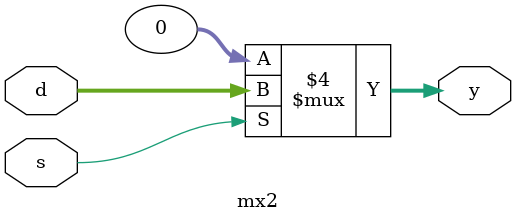
<source format=v>
module mx2(d, s, y);
	input [31:0] d;			//32bits data
	input s;						//select bit
	output reg [31:0] y;

	always @ (s, d)
		begin
			if(s == 0)	y <= 32'h0;		//if s == 0 make output 0
			else			y <= d;			//output data
		end
endmodule		
</source>
